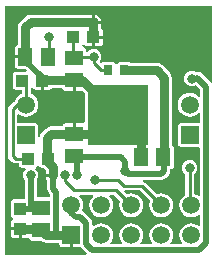
<source format=gbr>
%FSDAX24Y24*%
%MOIN*%
%SFA1B1*%

%IPPOS*%
%ADD10R,0.043300X0.039400*%
%ADD15R,0.059100X0.051200*%
%ADD16R,0.039400X0.043300*%
%ADD17C,0.030000*%
%ADD18C,0.010000*%
%ADD19C,0.020000*%
%ADD20R,0.059100X0.059100*%
%ADD21C,0.059100*%
%ADD22R,0.059100X0.059100*%
%ADD23C,0.031500*%
%ADD24C,0.026000*%
%ADD25R,0.031500X0.035400*%
%ADD26R,0.051200X0.059100*%
%ADD27R,0.200000X0.200000*%
%LNde-120418_copper_signal_bot-1*%
%LPD*%
G36*
X040650Y022801D02*
X040600Y022785D01*
X040594Y022794*
X040294Y023094*
X040228Y023138*
X040150Y023154*
X040110Y023146*
X040105Y023150*
X040042Y023176*
X039975Y023185*
X039908Y023176*
X039845Y023150*
X039791Y023109*
X039750Y023055*
X039724Y022992*
X039715Y022925*
X039724Y022858*
X039750Y022795*
X039791Y022741*
X039845Y022700*
X039908Y022674*
X039975Y022665*
X040042Y022674*
X040105Y022700*
X040109Y022703*
X040246Y022566*
Y022330*
X040196Y022313*
X040182Y022332*
X040099Y022395*
X040003Y022435*
X039900Y022449*
X039797Y022435*
X039701Y022395*
X039618Y022332*
X039555Y022249*
X039515Y022153*
X039501Y022050*
X039515Y021947*
X039555Y021851*
X039618Y021768*
X039701Y021705*
X039797Y021665*
X039900Y021651*
X040003Y021665*
X040099Y021705*
X040182Y021768*
X040196Y021787*
X040246Y021770*
Y021487*
X040196Y021447*
X040195*
X039605*
X039566Y021439*
X039533Y021417*
X039511Y021384*
X039503Y021345*
Y020755*
X039511Y020716*
X039533Y020683*
X039566Y020661*
X039605Y020653*
X040195*
X040196*
X040246Y020613*
Y019034*
X040196Y019009*
X040149Y019045*
X040053Y019085*
Y019743*
X040084Y019766*
X040125Y019820*
X040151Y019883*
X040160Y019950*
X040151Y020017*
X040125Y020080*
X040084Y020134*
X040030Y020175*
X039967Y020201*
X039900Y020210*
X039833Y020201*
X039770Y020175*
X039716Y020134*
X039675Y020080*
X039649Y020017*
X039640Y019950*
X039649Y019883*
X039675Y019820*
X039716Y019766*
X039747Y019743*
Y019043*
X039668Y018982*
X039605Y018899*
X039565Y018803*
X039551Y018700*
X039565Y018597*
X039605Y018501*
X039668Y018418*
X039751Y018355*
X039847Y018315*
X039950Y018301*
X040053Y018315*
X040149Y018355*
X040196Y018391*
X040246Y018366*
Y018034*
X040196Y018009*
X040149Y018045*
X040053Y018085*
X039950Y018099*
X039847Y018085*
X039751Y018045*
X039668Y017982*
X039605Y017899*
X039565Y017803*
X039551Y017700*
X039565Y017597*
X039605Y017501*
X039641Y017454*
X039616Y017404*
X039284*
X039259Y017454*
X039295Y017501*
X039335Y017597*
X039349Y017700*
X039335Y017803*
X039295Y017899*
X039232Y017982*
X039149Y018045*
X039053Y018085*
X038950Y018099*
X038847Y018085*
X038751Y018045*
X038668Y017982*
X038605Y017899*
X038565Y017803*
X038551Y017700*
X038565Y017597*
X038605Y017501*
X038641Y017454*
X038616Y017404*
X038284*
X038259Y017454*
X038295Y017501*
X038335Y017597*
X038349Y017700*
X038335Y017803*
X038295Y017899*
X038232Y017982*
X038149Y018045*
X038053Y018085*
X037950Y018099*
X037847Y018085*
X037751Y018045*
X037668Y017982*
X037605Y017899*
X037565Y017803*
X037551Y017700*
X037565Y017597*
X037605Y017501*
X037641Y017454*
X037616Y017404*
X037284*
X037259Y017454*
X037295Y017501*
X037335Y017597*
X037349Y017700*
X037335Y017803*
X037295Y017899*
X037232Y017982*
X037149Y018045*
X037053Y018085*
X036950Y018099*
X036847Y018085*
X036751Y018045*
X036704Y018009*
X036654Y018034*
Y018100*
X036638Y018178*
X036594Y018244*
X036394Y018444*
X036328Y018488*
X036313Y018542*
X036335Y018597*
X036349Y018700*
X036335Y018803*
X036295Y018899*
X036232Y018982*
X036212Y018997*
X036229Y019047*
X036671*
X036688Y018997*
X036668Y018982*
X036605Y018899*
X036565Y018803*
X036551Y018700*
X036565Y018597*
X036605Y018501*
X036668Y018418*
X036751Y018355*
X036847Y018315*
X036950Y018301*
X037053Y018315*
X037149Y018355*
X037232Y018418*
X037295Y018501*
X037335Y018597*
X037349Y018700*
X037335Y018803*
X037295Y018899*
X037232Y018982*
X037212Y018997*
X037229Y019047*
X037387*
X037584Y018850*
X037565Y018803*
X037551Y018700*
X037565Y018597*
X037605Y018501*
X037668Y018418*
X037751Y018355*
X037847Y018315*
X037950Y018301*
X038053Y018315*
X038149Y018355*
X038232Y018418*
X038295Y018501*
X038335Y018597*
X038349Y018700*
X038335Y018803*
X038295Y018899*
X038232Y018982*
X038149Y019045*
X038053Y019085*
X037950Y019099*
X037847Y019085*
X037800Y019066*
X037719Y019147*
X037740Y019197*
X038237*
X038584Y018850*
X038565Y018803*
X038551Y018700*
X038565Y018597*
X038605Y018501*
X038668Y018418*
X038751Y018355*
X038847Y018315*
X038950Y018301*
X039053Y018315*
X039149Y018355*
X039232Y018418*
X039295Y018501*
X039335Y018597*
X039349Y018700*
X039335Y018803*
X039295Y018899*
X039232Y018982*
X039149Y019045*
X039053Y019085*
X038950Y019099*
X038847Y019085*
X038800Y019066*
X038408Y019458*
X038359Y019491*
X038334Y019496*
X038339Y019546*
X038950*
X039028Y019562*
X039094Y019606*
X039194Y019706*
X039238Y019772*
X039254Y019850*
Y019903*
X039280*
X039319Y019911*
X039352Y019933*
X039374Y019966*
X039382Y020005*
Y020595*
X039374Y020634*
X039352Y020667*
X039319Y020689*
X039305Y020692*
Y022950*
X039286Y023048*
X039230Y023130*
X038980Y023380*
X038898Y023435*
X038800Y023455*
X037947*
X037922Y023471*
X037883Y023479*
X037568*
X037529Y023471*
X037496Y023449*
X037476Y023420*
X037450Y023417*
X037424Y023420*
X037404Y023449*
X037371Y023471*
X037332Y023479*
X037017*
X036978Y023471*
X036945Y023449*
X036933Y023448*
X036901Y023489*
X036925Y023520*
X036951Y023583*
X036960Y023650*
X036951Y023717*
X036925Y023780*
X036884Y023834*
X036830Y023875*
X036767Y023901*
X036700Y023910*
X036633Y023901*
X036570Y023875*
X036516Y023834*
X036497Y023809*
X036447Y023811*
Y023880*
X036439Y023919*
X036417Y023952*
X036384Y023974*
X036345Y023982*
X036340*
X036318Y024031*
X036331Y024051*
X036383Y024050*
X036396Y024031*
X036429Y024009*
X036468Y024001*
X036635*
Y024300*
X036685*
Y024350*
X037003*
Y024497*
X036995Y024536*
X036973Y024569*
X036940Y024591*
Y024705*
X036951Y024733*
X036953Y024750*
X036700*
Y024800*
X036650*
Y025055*
X034600*
X034502Y025036*
X034420Y024980*
X034246Y024806*
X034190Y024724*
X034171Y024626*
Y024047*
X034170*
X034131Y024039*
X034098Y024017*
X034076Y023984*
X034068Y023945*
Y023700*
X034426*
Y023600*
X034068*
Y023355*
X034076Y023316*
X034098Y023283*
X034131Y023261*
X034170Y023253*
X034409*
X034467Y023195*
X034447Y023149*
X034099*
X034060Y023141*
X034027Y023119*
X034005Y023086*
X033997Y023047*
Y022653*
X034005Y022614*
X034027Y022581*
X034060Y022559*
X034099Y022551*
X034297*
Y022414*
X034251Y022395*
X034168Y022332*
X034105Y022249*
X034077Y022181*
X034042Y022158*
X033892Y022008*
X033859Y021959*
X033847Y021900*
Y020350*
X033859Y020291*
X033892Y020242*
X033992Y020142*
X034041Y020109*
X034100Y020097*
X034197*
Y020053*
X034205Y020014*
X034227Y019981*
X034260Y019959*
X034299Y019951*
X034422*
X034439Y019901*
X034416Y019884*
X034375Y019830*
X034349Y019767*
X034340Y019700*
X034349Y019633*
X034375Y019570*
X034396Y019543*
Y018903*
X034053*
X034014Y018895*
X033981Y018873*
X033959Y018840*
X033951Y018801*
Y018368*
X033959Y018329*
X033981Y018296*
X034010Y018276*
X034013Y018250*
X034010Y018224*
X033981Y018204*
X033959Y018171*
X033951Y018132*
Y017965*
X034250*
Y017915*
X034300*
Y017597*
X034447*
X034486Y017605*
X034504Y017617*
X034507*
X034550Y017602*
X034557Y017597*
X034561Y017581*
X034583Y017548*
X034616Y017526*
X034655Y017518*
X034948*
X035028Y017464*
X035126Y017445*
X035553*
Y017405*
X035561Y017366*
X035583Y017333*
X035616Y017311*
X035655Y017303*
X035900*
Y017700*
X036000*
Y017303*
X036245*
X036271Y017308*
X036306Y017256*
X036462Y017100*
X036441Y017050*
X033750*
Y025350*
X040650*
Y022801*
G37*
G36*
X036100Y022518D02*
X036321D01*
X036398Y022441*
Y021470*
X036348Y021431*
X036345Y021432*
X036100*
Y021074*
X036000*
Y021432*
X035755*
X035716Y021424*
X035683Y021402*
X035661Y021369*
X035653Y021330*
Y021329*
X035274*
X035176Y021310*
X035094Y021254*
X034970Y021130*
X034915Y021048*
X034897Y020961*
X034847Y020966*
Y021345*
X034839Y021384*
X034817Y021417*
X034784Y021439*
X034745Y021447*
X034155*
X034153Y021449*
Y021717*
X034203Y021741*
X034251Y021705*
X034347Y021665*
X034450Y021651*
X034553Y021665*
X034649Y021705*
X034732Y021768*
X034795Y021851*
X034835Y021947*
X034849Y022050*
X034835Y022153*
X034795Y022249*
X034732Y022332*
X034649Y022395*
X034603Y022414*
Y022580*
X034604Y022581*
X034624Y022610*
X034650Y022613*
X034676Y022610*
X034696Y022581*
X034729Y022559*
X034768Y022551*
X034935*
Y022850*
X035035*
Y022551*
X035201*
X035240Y022559*
X035273Y022581*
X035295Y022614*
X035297Y022621*
X035653*
Y022620*
X035661Y022581*
X035683Y022548*
X035716Y022526*
X035755Y022518*
X036000*
Y022876*
X036100*
Y022518*
G37*
G36*
X034876Y020010D02*
X034896Y019981D01*
X034929Y019959*
X034968Y019951*
X035023*
X035095Y019879*
Y019750*
X035350*
Y019650*
X035097*
X035099Y019633*
X035125Y019570*
X035146Y019543*
Y019250*
X035162Y019172*
X035206Y019106*
X035246Y019066*
Y018983*
X035245Y018982*
X034804*
Y019543*
X034825Y019570*
X034851Y019633*
X034860Y019700*
X034851Y019767*
X034825Y019830*
X034784Y019884*
X034756Y019905*
X034768Y019958*
X034771Y019959*
X034804Y019981*
X034824Y020010*
X034850Y020013*
X034876Y020010*
G37*
%LNde-120418_copper_signal_bot-2*%
%LPC*%
G36*
X036750Y025053D02*
Y024850D01*
X036953*
X036951Y024867*
X036925Y024930*
X036884Y024984*
X036830Y025025*
X036767Y025051*
X036750Y025053*
G37*
G36*
X037003Y024250D02*
X036735D01*
Y024001*
X036901*
X036940Y024009*
X036973Y024031*
X036995Y024064*
X037003Y024103*
Y024250*
G37*
G36*
X034200Y017865D02*
X033951D01*
Y017699*
X033959Y017660*
X033981Y017627*
X034014Y017605*
X034053Y017597*
X034200*
Y017865*
G37*
%LNde-120418_copper_signal_bot-3*%
%LPD*%
G54D10*
X034515Y020250D03*
X035185D03*
X034315Y022850D03*
X034985D03*
X036015Y024300D03*
X036685D03*
G54D15*
X034950Y018624D03*
Y017876D03*
X036050Y020326D03*
Y021074D03*
Y023624D03*
Y022876D03*
G54D16*
X034250Y018585D03*
Y017915D03*
G54D17*
X035150Y020950D02*
X035274Y021074D01*
X035150Y020185D02*
Y020950D01*
Y020185D02*
X035350Y019985D01*
X037726Y023200D02*
X038800D01*
X039050Y022950*
Y020326D02*
Y022950D01*
X035274Y021074D02*
X036050D01*
X038209Y020991D02*
X038276Y020924D01*
Y020300D02*
Y020924D01*
X034426Y023650D02*
Y024626D01*
X034600Y024800*
X036700*
X035400Y017700D02*
X035950D01*
X035126D02*
X035400D01*
X036709Y021074D02*
X036791Y020991D01*
X036050Y021074D02*
X036709D01*
X036324Y022876D02*
X036791Y022409D01*
X036050Y022876D02*
X036324D01*
X036685Y024300D02*
Y024785D01*
X035350Y019700D02*
Y019985D01*
X034950Y017876D02*
X035126Y017700D01*
X034911Y017915D02*
X034950Y017876D01*
X034250Y017915D02*
X034911D01*
X035209Y022876D02*
X036050D01*
G54D18*
X034315Y020250D02*
X034465Y020100D01*
X034100Y020250D02*
X034315D01*
X034000Y020350D02*
X034100Y020250D01*
X034000Y021900D02*
X034150Y022050D01*
X034000Y020350D02*
Y021900D01*
X036950Y023200D02*
X037174D01*
X036700Y023450D02*
X036950Y023200D01*
X036700Y023450D02*
Y023650D01*
X037450Y019200D02*
X037950Y018700D01*
X036050Y019200D02*
X037450D01*
X035750Y019500D02*
X036050Y019200D01*
X037700Y019350D02*
X038300D01*
X037500Y019550D02*
X037700Y019350D01*
X036750Y019550D02*
X037500D01*
X035750Y019500D02*
Y019700D01*
X039900Y018750D02*
Y019950D01*
X038300Y019350D02*
X038950Y018700D01*
X035126Y022950D02*
X035135D01*
X034150Y022050D02*
X034450D01*
Y022935*
X035135Y022950D02*
X035209Y022876D01*
X035200Y023676D02*
Y024300D01*
X036015Y023659D02*
Y024300D01*
Y023659D02*
X036050Y023624D01*
X036076Y023650*
X036700*
G54D19*
X037750Y019850D02*
Y020150D01*
X037600Y020300D02*
X037750Y020150D01*
X036150Y020300D02*
X037600D01*
X036150Y019700D02*
Y020300D01*
X039050Y019850D02*
Y020326D01*
X038950Y019750D02*
X039050Y019850D01*
X037850Y019750D02*
X038950D01*
X037750Y019850D02*
X037850Y019750D01*
X034985Y022850D02*
Y022965D01*
X034426Y023524D02*
X034985Y022965D01*
X034426Y023524D02*
Y023650D01*
X035400Y017700D02*
X035450Y017750D01*
Y019150*
X035350Y019250D02*
X035450Y019150D01*
X035350Y019250D02*
Y019700D01*
X036450Y017400D02*
Y018100D01*
X036250Y018300D02*
X036450Y018100D01*
X036100Y018300D02*
X036250D01*
X035950Y018450D02*
Y018700D01*
Y018450D02*
X036100Y018300D01*
X036050Y020326D02*
X036150Y020226D01*
X036900Y018700D02*
X036950D01*
X034600Y018635D02*
Y019700D01*
X040150Y022950D02*
X040450Y022650D01*
Y017450D02*
Y022650D01*
X040200Y017200D02*
X040450Y017450D01*
X036650Y017200D02*
X040200D01*
X036450Y017400D02*
X036650Y017200D01*
X035950Y018700D02*
X036000D01*
X034911Y018585D02*
Y018711D01*
X034995Y018500D02*
Y018595D01*
X034911Y018585D02*
X034995Y018500D01*
X039975Y022925D02*
X040125D01*
X040150Y022950*
X034550Y018585D02*
X034911D01*
X034250D02*
X034550D01*
X034600Y018635*
G54D20*
X034450Y021050D03*
X039900D03*
G54D21*
X034450Y022050D03*
X039950Y018700D03*
Y017700D03*
X038950Y018700D03*
Y017700D03*
X037950Y018700D03*
Y017700D03*
X036950Y018700D03*
Y017700D03*
X035950Y018700D03*
X039900Y022050D03*
G54D22*
X035950Y017700D03*
G54D23*
X036750Y019550D03*
X036150Y019700D03*
X035750D03*
X039900Y019950D03*
X039975Y022925D03*
X037750Y019850D03*
X036700Y024800D03*
X035350Y019700D03*
X034600D03*
X035200Y024300D03*
X036700Y023650D03*
G54D24*
X036791Y022409D03*
X037264D03*
X037736D03*
X038209D03*
X036791Y021936D03*
X037264D03*
X037736D03*
X038209D03*
X036791Y021464D03*
X037264D03*
X037736D03*
X038209D03*
X036791Y020991D03*
X037264D03*
X037736D03*
X038209D03*
G54D25*
X037174Y023200D03*
X037726D03*
G54D26*
X039024Y020300D03*
X038276D03*
X035174Y023650D03*
X034426D03*
G54D27*
X037500Y021700D03*
M02*
</source>
